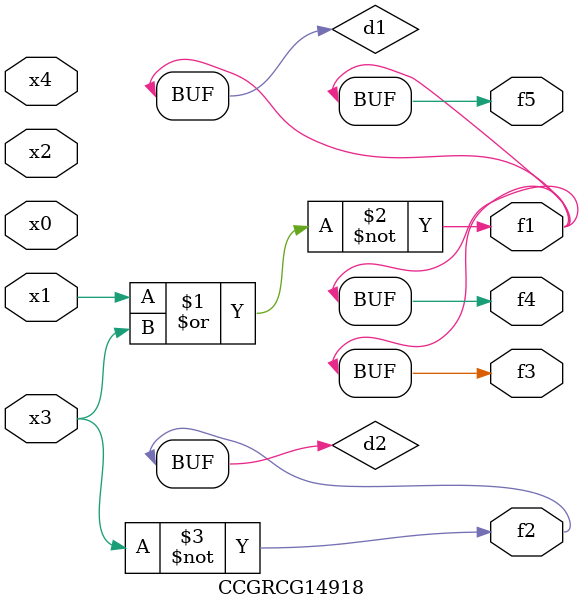
<source format=v>
module CCGRCG14918(
	input x0, x1, x2, x3, x4,
	output f1, f2, f3, f4, f5
);

	wire d1, d2;

	nor (d1, x1, x3);
	not (d2, x3);
	assign f1 = d1;
	assign f2 = d2;
	assign f3 = d1;
	assign f4 = d1;
	assign f5 = d1;
endmodule

</source>
